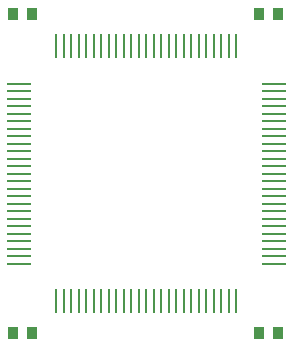
<source format=gtp>
%FSLAX44Y44*%
%MOMM*%
G71*
G01*
G75*
G04 Layer_Color=8421504*
%ADD10R,2.0000X0.2600*%
%ADD11R,0.2600X2.0000*%
%ADD12R,0.9400X1.0160*%
%ADD13R,0.9398X1.0160*%
%ADD14C,0.2000*%
%ADD15C,0.2032*%
%ADD16C,0.3000*%
%ADD17C,0.8000*%
%ADD18C,0.4000*%
%ADD19C,0.6000*%
%ADD20C,1.3160*%
G04:AMPARAMS|DCode=21|XSize=1.824mm|YSize=1.824mm|CornerRadius=0mm|HoleSize=0mm|Usage=FLASHONLY|Rotation=0.000|XOffset=0mm|YOffset=0mm|HoleType=Round|Shape=Relief|Width=0.254mm|Gap=0.254mm|Entries=4|*
%AMTHD21*
7,0,0,1.8240,1.3160,0.2540,45*
%
%ADD21THD21*%
%ADD22R,1.0160X0.9398*%
%ADD23R,1.0160X0.9400*%
%ADD24R,1.0000X3.0000*%
%ADD25R,0.3600X2.2000*%
%ADD26R,0.8890X0.9652*%
%ADD27C,1.0000*%
%ADD28C,0.4000*%
%ADD29C,0.1500*%
%ADD30C,0.1270*%
%ADD31C,0.2540*%
D10*
X236150Y225800D02*
D03*
Y219450D02*
D03*
Y213100D02*
D03*
Y206750D02*
D03*
Y200400D02*
D03*
Y194050D02*
D03*
Y187700D02*
D03*
Y181350D02*
D03*
Y175000D02*
D03*
Y168650D02*
D03*
Y73400D02*
D03*
Y79750D02*
D03*
Y86100D02*
D03*
Y92450D02*
D03*
Y98800D02*
D03*
X20250Y225800D02*
D03*
Y219450D02*
D03*
Y213100D02*
D03*
Y206750D02*
D03*
Y200400D02*
D03*
X236150Y105150D02*
D03*
Y111500D02*
D03*
Y117850D02*
D03*
Y124200D02*
D03*
Y130550D02*
D03*
Y143250D02*
D03*
Y149600D02*
D03*
Y155950D02*
D03*
Y162300D02*
D03*
X20250Y194050D02*
D03*
Y187700D02*
D03*
Y181350D02*
D03*
Y175000D02*
D03*
Y168650D02*
D03*
Y162300D02*
D03*
Y155950D02*
D03*
Y149600D02*
D03*
Y143250D02*
D03*
Y136900D02*
D03*
Y130550D02*
D03*
Y124200D02*
D03*
Y117850D02*
D03*
Y111500D02*
D03*
Y105150D02*
D03*
Y98800D02*
D03*
Y92450D02*
D03*
Y86100D02*
D03*
Y79750D02*
D03*
Y73400D02*
D03*
X236150Y136900D02*
D03*
D11*
X52000Y41650D02*
D03*
X58350D02*
D03*
X64700D02*
D03*
X71050D02*
D03*
X77400D02*
D03*
X83750D02*
D03*
X90100D02*
D03*
X96450D02*
D03*
X102800D02*
D03*
X109150D02*
D03*
X115500D02*
D03*
X121850D02*
D03*
X128200D02*
D03*
X134550D02*
D03*
X140900D02*
D03*
X147250D02*
D03*
X153600D02*
D03*
X159950D02*
D03*
X166300D02*
D03*
X172650D02*
D03*
X179000D02*
D03*
X185350D02*
D03*
X191700D02*
D03*
X198050D02*
D03*
X204400D02*
D03*
Y257550D02*
D03*
X198050D02*
D03*
X191700D02*
D03*
X185350D02*
D03*
X179000D02*
D03*
X172650D02*
D03*
X166300D02*
D03*
X159950D02*
D03*
X153600D02*
D03*
X147250D02*
D03*
X140900D02*
D03*
X134550D02*
D03*
X128200D02*
D03*
X121850D02*
D03*
X115500D02*
D03*
X109150D02*
D03*
X102800D02*
D03*
X96450D02*
D03*
X90100D02*
D03*
X83750D02*
D03*
X77400D02*
D03*
X71050D02*
D03*
X64700D02*
D03*
X58350D02*
D03*
X52000D02*
D03*
D12*
X223500Y285000D02*
D03*
X31500D02*
D03*
X223500Y15000D02*
D03*
X31500D02*
D03*
D13*
X240005Y285000D02*
D03*
X14995D02*
D03*
X240005Y15000D02*
D03*
X14995D02*
D03*
M02*

</source>
